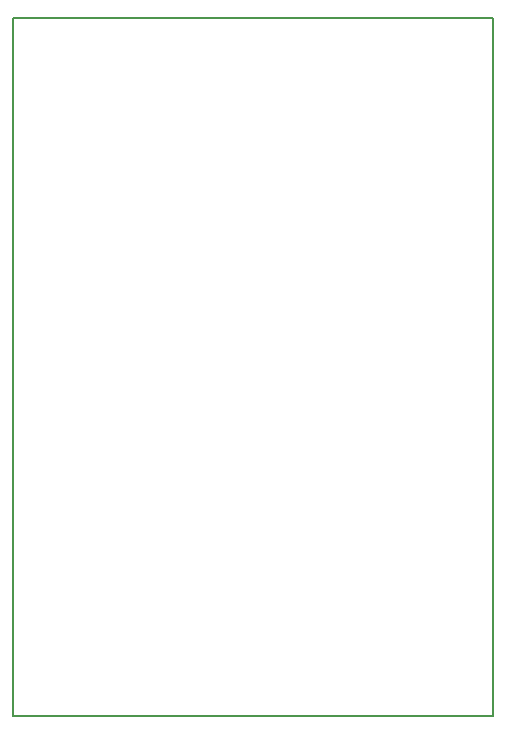
<source format=gm1>
G04 #@! TF.FileFunction,Profile,NP*
%FSLAX46Y46*%
G04 Gerber Fmt 4.6, Leading zero omitted, Abs format (unit mm)*
G04 Created by KiCad (PCBNEW 4.0.2-stable) date 6/3/2016 9:25:24 PM*
%MOMM*%
G01*
G04 APERTURE LIST*
%ADD10C,0.100000*%
%ADD11C,0.150000*%
G04 APERTURE END LIST*
D10*
D11*
X140335000Y-88900000D02*
X99695000Y-88900000D01*
X140335000Y-147955000D02*
X140335000Y-88900000D01*
X99695000Y-147955000D02*
X140335000Y-147955000D01*
X99695000Y-88900000D02*
X99695000Y-147955000D01*
M02*

</source>
